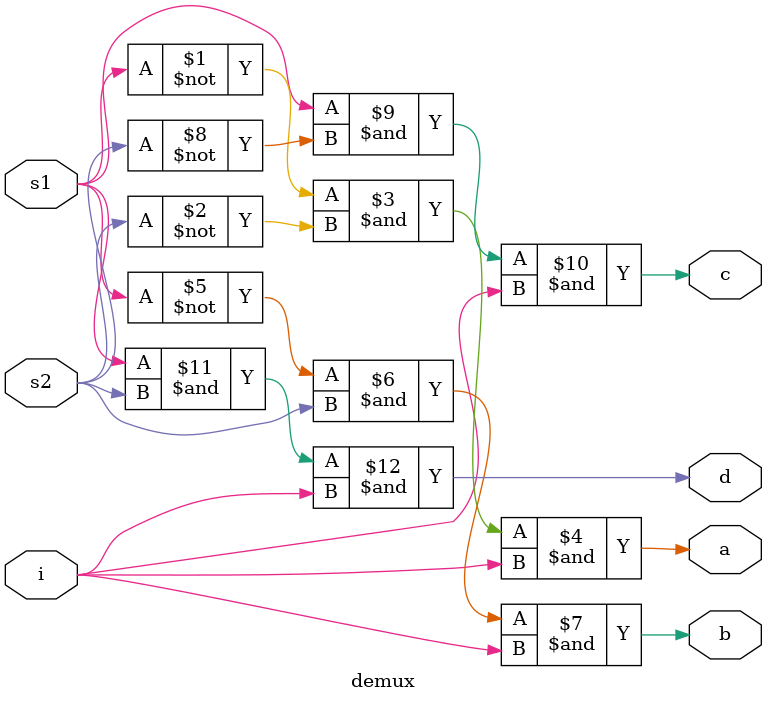
<source format=v>
module demux(s1,s2,i,a,b,c,d);
input s1,s2,i;
output a,b,c,d;

assign a=(~s1)&(~s2)&i;
assign b=(~s1)&(s2)&i;
assign c=(s1)&(~s2)&i;
assign d=(s1)&(s2)&i;

endmodule
</source>
